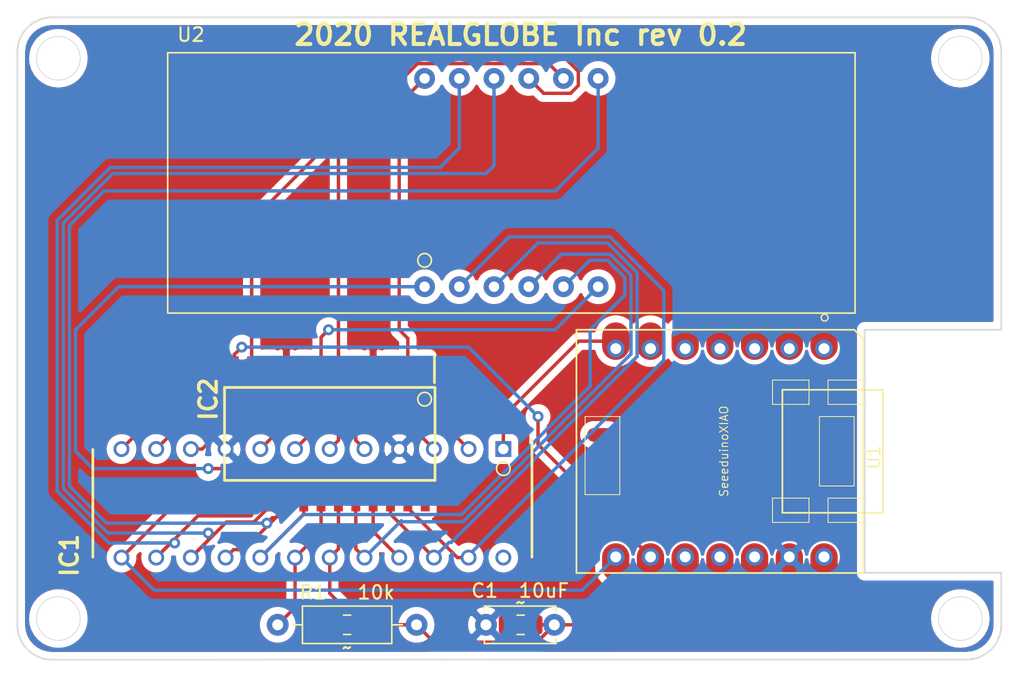
<source format=kicad_pcb>
(kicad_pcb (version 20171130) (host pcbnew "(5.1.2-1)-1")
  (layers (0 F.Cu signal) (31 B.Cu signal) (34 B.Paste user) (35 F.Paste user) (36 B.SilkS user) (37 F.SilkS user) (38 B.Mask user) (39 F.Mask user) (44 Edge.Cuts user))
  (net 0 "")
  (net 1 GND)
  (net 2 "Net-(IC1-Pad1)")
  (net 3 "Net-(IC1-Pad2)")
  (net 4 "Net-(IC1-Pad3)")
  (net 5 "Net-(IC1-Pad5)")
  (net 6 "Net-(IC1-Pad6)")
  (net 7 "Net-(IC1-Pad7)")
  (net 8 "Net-(IC1-Pad8)")
  (net 9 "Net-(IC1-Pad10)")
  (net 10 "Net-(IC1-Pad11)")
  (net 11 "Net-(IC1-Pad12)")
  (net 12 "Net-(IC1-Pad13)")
  (net 13 "Net-(IC1-Pad14)")
  (net 14 "Net-(IC1-Pad15)")
  (net 15 "Net-(IC1-Pad16)")
  (net 16 "Net-(IC1-Pad17)")
  (net 17 +5V)
  (net 18 "Net-(IC1-Pad20)")
  (net 19 "Net-(IC1-Pad21)")
  (net 20 "Net-(IC1-Pad22)")
  (net 21 "Net-(IC1-Pad23)")
  (net 22 "Net-(IC1-Pad24)")
  (net 23 "Net-(IC2-Pad24)")
  (net 24 "Net-(U1-Pad12)")
  (net 25 "Net-(U1-Pad11)")
  (net 26 "Net-(U1-Pad10)")
  (net 27 "Net-(U1-Pad6)")
  (net 28 "Net-(U1-Pad5)")
  (net 29 "Net-(U1-Pad4)")
  (net 30 "Net-(U1-Pad3)")
  (net 31 "Net-(U1-Pad2)")
  (net 32 "Net-(U1-Pad1)")
  (net 33 "Net-(U1-Pad15)")
  (net 34 "Net-(U1-Pad16)")
  (net 35 "Net-(U1-Pad17)")
  (net 36 "Net-(U1-Pad18)")
  (net 37 "Net-(U1-Pad19)")
  (net 38 "Net-(U1-Pad20)")
  (net 39 "Net-(IC1-Pad18)")
  (module MAX7219CNG:MAX7219CNG (layer F.Cu) (at 21.59 -11.43 270)
    (fp_text reference IC1 (at 3.81 17.78 90) (layer F.SilkS) (effects (font (size 1.27 1.27) (thickness 0.254))))
    (fp_text value MAX7219CNG hide)
    (fp_line (start -3.935 16.065) (end 3.935 16.065) (layer F.SilkS) (width 0.2))
    (fp_line (start -4.55 -16.065) (end 3.935 -16.065) (layer F.SilkS) (width 0.2))
    (pad 24 thru_hole circle (at 3.97 -13.97 270) (size 1.16 1.16) (drill 0.76) (layers *.Cu *.Mask) (net 22 "Net-(IC1-Pad24)"))
    (pad 23 thru_hole circle (at 3.97 -11.43 270) (size 1.16 1.16) (drill 0.76) (layers *.Cu *.Mask) (net 21 "Net-(IC1-Pad23)"))
    (pad 22 thru_hole circle (at 3.97 -8.89 270) (size 1.16 1.16) (drill 0.76) (layers *.Cu *.Mask) (net 20 "Net-(IC1-Pad22)"))
    (pad 21 thru_hole circle (at 3.97 -6.35 270) (size 1.16 1.16) (drill 0.76) (layers *.Cu *.Mask) (net 19 "Net-(IC1-Pad21)"))
    (pad 20 thru_hole circle (at 3.97 -3.81 270) (size 1.16 1.16) (drill 0.76) (layers *.Cu *.Mask) (net 18 "Net-(IC1-Pad20)"))
    (pad 19 thru_hole circle (at 3.97 -1.27 270) (size 1.16 1.16) (drill 0.76) (layers *.Cu *.Mask) (net 17 +5V))
    (pad 18 thru_hole circle (at 3.97 1.27 270) (size 1.16 1.16) (drill 0.76) (layers *.Cu *.Mask) (net 39 "Net-(IC1-Pad18)"))
    (pad 17 thru_hole circle (at 3.97 3.81 270) (size 1.16 1.16) (drill 0.76) (layers *.Cu *.Mask) (net 16 "Net-(IC1-Pad17)"))
    (pad 16 thru_hole circle (at 3.97 6.35 270) (size 1.16 1.16) (drill 0.76) (layers *.Cu *.Mask) (net 15 "Net-(IC1-Pad16)"))
    (pad 15 thru_hole circle (at 3.97 8.89 270) (size 1.16 1.16) (drill 0.76) (layers *.Cu *.Mask) (net 14 "Net-(IC1-Pad15)"))
    (pad 14 thru_hole circle (at 3.97 11.43 270) (size 1.16 1.16) (drill 0.76) (layers *.Cu *.Mask) (net 13 "Net-(IC1-Pad14)"))
    (pad 13 thru_hole circle (at 3.97 13.97 270) (size 1.16 1.16) (drill 0.76) (layers *.Cu *.Mask) (net 12 "Net-(IC1-Pad13)"))
    (pad 12 thru_hole circle (at -3.97 13.97 270) (size 1.16 1.16) (drill 0.76) (layers *.Cu *.Mask) (net 11 "Net-(IC1-Pad12)"))
    (pad 11 thru_hole circle (at -3.97 11.43 270) (size 1.16 1.16) (drill 0.76) (layers *.Cu *.Mask) (net 10 "Net-(IC1-Pad11)"))
    (pad 10 thru_hole circle (at -3.97 8.89 270) (size 1.16 1.16) (drill 0.76) (layers *.Cu *.Mask) (net 9 "Net-(IC1-Pad10)"))
    (pad 9 thru_hole circle (at -3.97 6.35 270) (size 1.16 1.16) (drill 0.76) (layers *.Cu *.Mask) (net 1 GND))
    (pad 8 thru_hole circle (at -3.97 3.81 270) (size 1.16 1.16) (drill 0.76) (layers *.Cu *.Mask) (net 8 "Net-(IC1-Pad8)"))
    (pad 7 thru_hole circle (at -3.97 1.27 270) (size 1.16 1.16) (drill 0.76) (layers *.Cu *.Mask) (net 7 "Net-(IC1-Pad7)"))
    (pad 6 thru_hole circle (at -3.97 -1.27 270) (size 1.16 1.16) (drill 0.76) (layers *.Cu *.Mask) (net 6 "Net-(IC1-Pad6)"))
    (pad 5 thru_hole circle (at -3.97 -3.81 270) (size 1.16 1.16) (drill 0.76) (layers *.Cu *.Mask) (net 5 "Net-(IC1-Pad5)"))
    (pad 4 thru_hole circle (at -3.97 -6.35 270) (size 1.16 1.16) (drill 0.76) (layers *.Cu *.Mask) (net 1 GND))
    (pad 3 thru_hole circle (at -3.97 -8.89 270) (size 1.16 1.16) (drill 0.76) (layers *.Cu *.Mask) (net 4 "Net-(IC1-Pad3)"))
    (pad 2 thru_hole circle (at -3.97 -11.43 270) (size 1.16 1.16) (drill 0.76) (layers *.Cu *.Mask) (net 3 "Net-(IC1-Pad2)"))
    (pad 1 thru_hole rect (at -3.97 -13.97 270) (size 1.16 1.16) (drill 0.76) (layers *.Cu *.Mask) (net 2 "Net-(IC1-Pad1)"))
  )
  (module Capacitor_THT:C_Disc_D5.0mm_W2.5mm_P5.00mm (layer F.Cu) (at 34.29 -2.54)
    (fp_text reference "C1  10uF" (at 2.5 -2.5) (layer F.SilkS))
    (fp_text value C)
    (fp_line (start 5.12 1.055) (end 5.12 1.37) (layer F.SilkS) (width 0.12))
    (fp_line (start 5.12 -1.37) (end 5.12 -1.055) (layer F.SilkS) (width 0.12))
    (fp_line (start -0.12 1.055) (end -0.12 1.37) (layer F.SilkS) (width 0.12))
    (fp_line (start -0.12 -1.37) (end -0.12 -1.055) (layer F.SilkS) (width 0.12))
    (fp_line (start -0.12 1.37) (end 5.12 1.37) (layer F.SilkS) (width 0.12))
    (fp_line (start -0.12 -1.37) (end 5.12 -1.37) (layer F.SilkS) (width 0.12))
    (pad 2 thru_hole circle (at 5 0) (size 1.6 1.6) (drill 0.8) (layers *.Cu *.Mask) (net 17 +5V))
    (pad 1 thru_hole circle (at 0 0) (size 1.6 1.6) (drill 0.8) (layers *.Cu *.Mask) (net 1 GND))
  )
  (module Capacitor_SMD:C_0805_2012Metric_Pad1.15x1.40mm_HandSolder (layer F.Cu) (at 36.83 -2.54)
    (fp_text reference ~ (at 0 -1.65) (layer F.SilkS))
    (fp_text value C)
    (fp_line (start -0.261252 0.71) (end 0.261252 0.71) (layer F.SilkS) (width 0.12))
    (fp_line (start -0.261252 -0.71) (end 0.261252 -0.71) (layer F.SilkS) (width 0.12))
    (pad 2 smd roundrect (at 1.025 0) (size 1.15 1.4) (layers F.Cu F.Paste F.Mask) (roundrect_rratio 0.217391) (net 17 +5V))
    (pad 1 smd roundrect (at -1.025 0) (size 1.15 1.4) (layers F.Cu F.Paste F.Mask) (roundrect_rratio 0.217391) (net 1 GND))
  )
  (module MAX7219CWG:MAX7219CWG (layer F.Cu) (at 22.86 -16.51 270)
    (fp_text reference IC2 (at -2.54 8.89 90) (layer F.SilkS) (effects (font (size 1.27 1.27) (thickness 0.254))))
    (fp_text value MAX7219CWG hide)
    (fp_line (start -5.675 -7.66) (end -3.75 -7.66) (layer F.SilkS) (width 0.2))
    (fp_line (start -3.4 7.7) (end -3.4 -7.7) (layer F.SilkS) (width 0.2))
    (fp_line (start 3.4 7.7) (end -3.4 7.7) (layer F.SilkS) (width 0.2))
    (fp_line (start 3.4 -7.7) (end 3.4 7.7) (layer F.SilkS) (width 0.2))
    (fp_line (start -3.4 -7.7) (end 3.4 -7.7) (layer F.SilkS) (width 0.2))
    (pad 24 smd rect (at 4.712 -6.985) (size 0.65 1.925) (layers F.Cu F.Paste F.Mask) (net 23 "Net-(IC2-Pad24)"))
    (pad 23 smd rect (at 4.712 -5.715) (size 0.65 1.925) (layers F.Cu F.Paste F.Mask) (net 21 "Net-(IC1-Pad23)"))
    (pad 22 smd rect (at 4.712 -4.445) (size 0.65 1.925) (layers F.Cu F.Paste F.Mask) (net 20 "Net-(IC1-Pad22)"))
    (pad 21 smd rect (at 4.712 -3.175) (size 0.65 1.925) (layers F.Cu F.Paste F.Mask) (net 19 "Net-(IC1-Pad21)"))
    (pad 20 smd rect (at 4.712 -1.905) (size 0.65 1.925) (layers F.Cu F.Paste F.Mask) (net 18 "Net-(IC1-Pad20)"))
    (pad 19 smd rect (at 4.712 -0.635) (size 0.65 1.925) (layers F.Cu F.Paste F.Mask) (net 17 +5V))
    (pad 18 smd rect (at 4.712 0.635) (size 0.65 1.925) (layers F.Cu F.Paste F.Mask) (net 39 "Net-(IC1-Pad18)"))
    (pad 17 smd rect (at 4.712 1.905) (size 0.65 1.925) (layers F.Cu F.Paste F.Mask) (net 16 "Net-(IC1-Pad17)"))
    (pad 16 smd rect (at 4.712 3.175) (size 0.65 1.925) (layers F.Cu F.Paste F.Mask) (net 15 "Net-(IC1-Pad16)"))
    (pad 15 smd rect (at 4.712 4.445) (size 0.65 1.925) (layers F.Cu F.Paste F.Mask) (net 14 "Net-(IC1-Pad15)"))
    (pad 14 smd rect (at 4.712 5.715) (size 0.65 1.925) (layers F.Cu F.Paste F.Mask) (net 13 "Net-(IC1-Pad14)"))
    (pad 13 smd rect (at 4.712 6.985) (size 0.65 1.925) (layers F.Cu F.Paste F.Mask) (net 12 "Net-(IC1-Pad13)"))
    (pad 12 smd rect (at -4.712 6.985) (size 0.65 1.925) (layers F.Cu F.Paste F.Mask) (net 11 "Net-(IC1-Pad12)"))
    (pad 11 smd rect (at -4.712 5.715) (size 0.65 1.925) (layers F.Cu F.Paste F.Mask) (net 10 "Net-(IC1-Pad11)"))
    (pad 10 smd rect (at -4.712 4.445) (size 0.65 1.925) (layers F.Cu F.Paste F.Mask) (net 9 "Net-(IC1-Pad10)"))
    (pad 9 smd rect (at -4.712 3.175) (size 0.65 1.925) (layers F.Cu F.Paste F.Mask) (net 1 GND))
    (pad 8 smd rect (at -4.712 1.905) (size 0.65 1.925) (layers F.Cu F.Paste F.Mask) (net 8 "Net-(IC1-Pad8)"))
    (pad 7 smd rect (at -4.712 0.635) (size 0.65 1.925) (layers F.Cu F.Paste F.Mask) (net 7 "Net-(IC1-Pad7)"))
    (pad 6 smd rect (at -4.712 -0.635) (size 0.65 1.925) (layers F.Cu F.Paste F.Mask) (net 6 "Net-(IC1-Pad6)"))
    (pad 5 smd rect (at -4.712 -1.905) (size 0.65 1.925) (layers F.Cu F.Paste F.Mask) (net 5 "Net-(IC1-Pad5)"))
    (pad 4 smd rect (at -4.712 -3.175) (size 0.65 1.925) (layers F.Cu F.Paste F.Mask) (net 1 GND))
    (pad 3 smd rect (at -4.712 -4.445) (size 0.65 1.925) (layers F.Cu F.Paste F.Mask) (net 4 "Net-(IC1-Pad3)"))
    (pad 2 smd rect (at -4.712 -5.715) (size 0.65 1.925) (layers F.Cu F.Paste F.Mask) (net 3 "Net-(IC1-Pad2)"))
    (pad 1 smd rect (at -4.712 -6.985) (size 0.65 1.925) (layers F.Cu F.Paste F.Mask) (net 2 "Net-(IC1-Pad1)"))
  )
  (module Resistor_THT:R_Axial_DIN0207_L6.3mm_D2.5mm_P10.16mm_Horizontal (layer F.Cu) (at 19.05 -2.54)
    (fp_text reference "R1   10k" (at 5.08 -2.37) (layer F.SilkS))
    (fp_text value R)
    (fp_line (start 9.12 0) (end 8.35 0) (layer F.SilkS) (width 0.12))
    (fp_line (start 1.04 0) (end 1.81 0) (layer F.SilkS) (width 0.12))
    (fp_line (start 8.35 -1.37) (end 1.81 -1.37) (layer F.SilkS) (width 0.12))
    (fp_line (start 8.35 1.37) (end 8.35 -1.37) (layer F.SilkS) (width 0.12))
    (fp_line (start 1.81 1.37) (end 8.35 1.37) (layer F.SilkS) (width 0.12))
    (fp_line (start 1.81 -1.37) (end 1.81 1.37) (layer F.SilkS) (width 0.12))
    (pad 2 thru_hole oval (at 10.16 0) (size 1.6 1.6) (drill 0.8) (layers *.Cu *.Mask) (net 17 +5V))
    (pad 1 thru_hole circle (at 0 0) (size 1.6 1.6) (drill 0.8) (layers *.Cu *.Mask) (net 39 "Net-(IC1-Pad18)"))
  )
  (module Resistor_SMD:R_0805_2012Metric_Pad1.15x1.40mm_HandSolder (layer F.Cu) (at 24.13 -2.54 180)
    (fp_text reference ~ (at 0 -1.65) (layer F.SilkS))
    (fp_text value R)
    (fp_line (start -0.261252 0.71) (end 0.261252 0.71) (layer F.SilkS) (width 0.12))
    (fp_line (start -0.261252 -0.71) (end 0.261252 -0.71) (layer F.SilkS) (width 0.12))
    (pad 2 smd roundrect (at 1.025 0 180) (size 1.15 1.4) (layers F.Cu F.Paste F.Mask) (roundrect_rratio 0.217391) (net 39 "Net-(IC1-Pad18)"))
    (pad 1 smd roundrect (at -1.025 0 180) (size 1.15 1.4) (layers F.Cu F.Paste F.Mask) (roundrect_rratio 0.217391) (net 17 +5V))
  )
  (module kicad_mylib:SeeedXIAO (layer F.Cu) (at 40.91 -24.13 270)
    (fp_text reference U1 (at 9.3345 -21.7805 90) (layer F.SilkS) (effects (font (size 0.889 0.889) (thickness 0.1016))))
    (fp_text value SeeeduinoXIAO (at 8.89 -10.795 90) (layer F.SilkS) (effects (font (size 0.6096 0.6096) (thickness 0.0762))))
    (fp_circle (center -0.889 -18.161) (end -0.889 -18.415) (layer F.SilkS) (width 0.1))
    (fp_line (start 4.3942 -15.06982) (end 4.3942 -22.42312) (layer F.SilkS) (width 0.127))
    (fp_line (start 13.39342 -15.06982) (end 4.3942 -15.06982) (layer F.SilkS) (width 0.127))
    (fp_line (start 13.39342 -22.42312) (end 13.39342 -15.06982) (layer F.SilkS) (width 0.127))
    (fp_line (start 4.39928 -22.42312) (end 13.39342 -22.42312) (layer F.SilkS) (width 0.127))
    (fp_line (start 0 -20.32762) (end 0 0) (layer F.SilkS) (width 0.127))
    (fp_line (start 0.67056 -20.99818) (end 0 -20.32762) (layer F.SilkS) (width 0.127))
    (fp_line (start 17.79778 -20.99818) (end 0.67056 -20.99818) (layer F.SilkS) (width 0.127))
    (fp_line (start 17.79778 0) (end 17.79778 -20.99818) (layer F.SilkS) (width 0.127))
    (fp_line (start 0 0) (end 17.79778 0) (layer F.SilkS) (width 0.127))
    (fp_line (start 12.319 -18.415) (end 12.319 -21.082) (layer F.SilkS) (width 0.06604))
    (fp_line (start 12.319 -21.082) (end 14.097 -21.082) (layer F.SilkS) (width 0.06604))
    (fp_line (start 14.097 -18.415) (end 14.097 -21.082) (layer F.SilkS) (width 0.06604))
    (fp_line (start 12.319 -18.415) (end 14.097 -18.415) (layer F.SilkS) (width 0.06604))
    (fp_line (start 12.319 -14.34846) (end 12.319 -17.018) (layer F.SilkS) (width 0.06604))
    (fp_line (start 12.319 -17.018) (end 14.097 -17.018) (layer F.SilkS) (width 0.06604))
    (fp_line (start 14.097 -14.34846) (end 14.097 -17.018) (layer F.SilkS) (width 0.06604))
    (fp_line (start 12.319 -14.34846) (end 14.097 -14.34846) (layer F.SilkS) (width 0.06604))
    (fp_line (start 3.683 -14.34846) (end 3.683 -17.018) (layer F.SilkS) (width 0.06604))
    (fp_line (start 3.683 -17.018) (end 5.461 -17.018) (layer F.SilkS) (width 0.06604))
    (fp_line (start 5.461 -14.34846) (end 5.461 -17.018) (layer F.SilkS) (width 0.06604))
    (fp_line (start 3.683 -14.34846) (end 5.461 -14.34846) (layer F.SilkS) (width 0.06604))
    (fp_line (start 3.683 -18.415) (end 3.683 -21.082) (layer F.SilkS) (width 0.06604))
    (fp_line (start 3.683 -21.082) (end 5.461 -21.082) (layer F.SilkS) (width 0.06604))
    (fp_line (start 5.461 -18.415) (end 5.461 -21.082) (layer F.SilkS) (width 0.06604))
    (fp_line (start 3.683 -18.415) (end 5.461 -18.415) (layer F.SilkS) (width 0.06604))
    (fp_line (start 6.35 -0.635) (end 6.35 -3.175) (layer F.SilkS) (width 0.06604))
    (fp_line (start 6.35 -3.175) (end 12.065 -3.175) (layer F.SilkS) (width 0.06604))
    (fp_line (start 12.065 -0.635) (end 12.065 -3.175) (layer F.SilkS) (width 0.06604))
    (fp_line (start 6.35 -0.635) (end 12.065 -0.635) (layer F.SilkS) (width 0.06604))
    (fp_line (start 6.35 -17.78) (end 6.35 -20.32) (layer F.SilkS) (width 0.06604))
    (fp_line (start 6.35 -20.32) (end 11.43 -20.32) (layer F.SilkS) (width 0.06604))
    (fp_line (start 11.43 -17.78) (end 11.43 -20.32) (layer F.SilkS) (width 0.06604))
    (fp_line (start 6.35 -17.78) (end 11.43 -17.78) (layer F.SilkS) (width 0.06604))
    (pad 8 thru_hole circle (at 16.62 -2.877 270) (size 1.3 1.3) (drill 0.8) (layers *.Cu *.Mask) (net 12 "Net-(IC1-Pad13)"))
    (pad 9 thru_hole circle (at 16.62 -5.417 270) (size 1.3 1.3) (drill 0.8) (layers *.Cu *.Mask) (net 11 "Net-(IC1-Pad12)"))
    (pad 10 thru_hole circle (at 16.62 -7.957 270) (size 1.3 1.3) (drill 0.8) (layers *.Cu *.Mask) (net 26 "Net-(U1-Pad10)"))
    (pad 11 thru_hole circle (at 16.62 -10.497 270) (size 1.3 1.3) (drill 0.8) (layers *.Cu *.Mask) (net 25 "Net-(U1-Pad11)"))
    (pad 12 thru_hole circle (at 16.62 -13.037 270) (size 1.3 1.3) (drill 0.8) (layers *.Cu *.Mask) (net 24 "Net-(U1-Pad12)"))
    (pad 13 thru_hole circle (at 16.62 -15.577 270) (size 1.3 1.3) (drill 0.8) (layers *.Cu *.Mask) (net 1 GND))
    (pad 14 thru_hole circle (at 16.62 -18.117 270) (size 1.3 1.3) (drill 0.8) (layers *.Cu *.Mask) (net 17 +5V))
    (pad 14 smd oval (at 16.99768 -18.11782 270) (size 2.74828 1.99898) (layers F.Cu F.Paste F.Mask) (net 17 +5V))
    (pad 13 smd oval (at 16.99768 -15.57782 270) (size 2.74828 1.99898) (layers F.Cu F.Paste F.Mask) (net 1 GND))
    (pad 12 smd oval (at 16.99768 -13.03782 270) (size 2.74828 1.99898) (layers F.Cu F.Paste F.Mask) (net 24 "Net-(U1-Pad12)"))
    (pad 11 smd oval (at 16.99768 -10.49782 270) (size 2.74828 1.99898) (layers F.Cu F.Paste F.Mask) (net 25 "Net-(U1-Pad11)"))
    (pad 10 smd oval (at 16.99768 -7.95782 270) (size 2.74828 1.99898) (layers F.Cu F.Paste F.Mask) (net 26 "Net-(U1-Pad10)"))
    (pad 9 smd oval (at 16.99768 -5.41782 270) (size 2.74828 1.99898) (layers F.Cu F.Paste F.Mask) (net 11 "Net-(IC1-Pad12)"))
    (pad 8 smd oval (at 16.99768 -2.87782 270) (size 2.74828 1.99898) (layers F.Cu F.Paste F.Mask) (net 12 "Net-(IC1-Pad13)"))
    (pad 7 smd oval (at 0.83312 -2.87782 270) (size 2.74828 1.99898) (layers F.Cu F.Paste F.Mask) (net 2 "Net-(IC1-Pad1)"))
    (pad 6 smd oval (at 0.83312 -5.41782 270) (size 2.74828 1.99898) (layers F.Cu F.Paste F.Mask) (net 27 "Net-(U1-Pad6)"))
    (pad 5 smd oval (at 0.83312 -7.95782 270) (size 2.74828 1.99898) (layers F.Cu F.Paste F.Mask) (net 28 "Net-(U1-Pad5)"))
    (pad 4 smd oval (at 0.83312 -10.49782 270) (size 2.74828 1.99898) (layers F.Cu F.Paste F.Mask) (net 29 "Net-(U1-Pad4)"))
    (pad 3 smd oval (at 0.83312 -13.03782 270) (size 2.74828 1.99898) (layers F.Cu F.Paste F.Mask) (net 30 "Net-(U1-Pad3)"))
    (pad 2 smd oval (at 0.83312 -15.57782 270) (size 2.74828 1.99898) (layers F.Cu F.Paste F.Mask) (net 31 "Net-(U1-Pad2)"))
    (pad 1 smd oval (at 0.83312 -18.11782 270) (size 2.74828 1.99898) (layers F.Cu F.Paste F.Mask) (net 32 "Net-(U1-Pad1)"))
    (pad 15 smd oval (at 7.7 -1.8) (size 2.032 1.016) (layers F.Cu F.Paste F.Mask) (net 33 "Net-(U1-Pad15)"))
    (pad 16 smd oval (at 10.25 -1.8) (size 2.032 1.016) (layers F.Cu F.Paste F.Mask) (net 34 "Net-(U1-Pad16)"))
    (pad 17 smd circle (at 7.698803 -18.804187) (size 1.143 1.143) (layers F.Cu F.Paste F.Mask) (net 35 "Net-(U1-Pad17)"))
    (pad 18 smd circle (at 10.238803 -18.804187) (size 1.143 1.143) (layers F.Cu F.Paste F.Mask) (net 36 "Net-(U1-Pad18)"))
    (pad 19 smd circle (at 7.698803 -16.264187) (size 1.143 1.143) (layers F.Cu F.Paste F.Mask) (net 37 "Net-(U1-Pad19)"))
    (pad 20 smd circle (at 10.238803 -16.264187) (size 1.143 1.143) (layers F.Cu F.Paste F.Mask) (net 38 "Net-(U1-Pad20)"))
    (pad 1 thru_hole circle (at 1.38 -18.118 270) (size 1.3 1.3) (drill 0.8) (layers *.Cu *.Mask) (net 32 "Net-(U1-Pad1)"))
    (pad 2 thru_hole circle (at 1.38 -15.578 270) (size 1.3 1.3) (drill 0.8) (layers *.Cu *.Mask) (net 31 "Net-(U1-Pad2)"))
    (pad 3 thru_hole circle (at 1.38 -13.038 270) (size 1.3 1.3) (drill 0.8) (layers *.Cu *.Mask) (net 30 "Net-(U1-Pad3)"))
    (pad 4 thru_hole circle (at 1.38 -10.498 270) (size 1.3 1.3) (drill 0.8) (layers *.Cu *.Mask) (net 29 "Net-(U1-Pad4)"))
    (pad 5 thru_hole circle (at 1.38 -7.958 270) (size 1.3 1.3) (drill 0.8) (layers *.Cu *.Mask) (net 28 "Net-(U1-Pad5)"))
    (pad 6 thru_hole circle (at 1.38 -5.418 270) (size 1.3 1.3) (drill 0.8) (layers *.Cu *.Mask) (net 27 "Net-(U1-Pad6)"))
    (pad 7 thru_hole circle (at 1.38 -2.878 270) (size 1.3 1.3) (drill 0.8) (layers *.Cu *.Mask) (net 2 "Net-(IC1-Pad1)"))
  )
  (module kicad_mylib:7segment_led_0.56 (layer F.Cu) (at 11 -25.4)
    (fp_text reference U2 (at 1.7 -20.32) (layer F.SilkS))
    (fp_text value 7segment_led)
    (fp_line (start 0 0) (end 0 -19) (layer F.SilkS) (width 0.12))
    (fp_line (start 0 0.05) (end 50.3 0.05) (layer F.SilkS) (width 0.12))
    (fp_line (start 50.3 0) (end 50.3 -19) (layer F.SilkS) (width 0.12))
    (fp_line (start 0 -19) (end 50.3 -19) (layer F.SilkS) (width 0.12))
    (pad 12 thru_hole circle (at 18.8 -17.12) (size 1.524 1.524) (drill 0.762) (layers *.Cu *.Mask) (net 3 "Net-(IC1-Pad2)"))
    (pad 11 thru_hole circle (at 21.34 -17.12) (size 1.524 1.524) (drill 0.762) (layers *.Cu *.Mask) (net 13 "Net-(IC1-Pad14)"))
    (pad 10 thru_hole circle (at 23.88 -17.12) (size 1.524 1.524) (drill 0.762) (layers *.Cu *.Mask) (net 14 "Net-(IC1-Pad15)"))
    (pad 9 thru_hole circle (at 26.42 -17.12) (size 1.524 1.524) (drill 0.762) (layers *.Cu *.Mask) (net 10 "Net-(IC1-Pad11)"))
    (pad 8 thru_hole circle (at 28.96 -17.12) (size 1.524 1.524) (drill 0.762) (layers *.Cu *.Mask) (net 6 "Net-(IC1-Pad6)"))
    (pad 7 thru_hole circle (at 31.5 -17.12) (size 1.524 1.524) (drill 0.762) (layers *.Cu *.Mask) (net 15 "Net-(IC1-Pad16)"))
    (pad 6 thru_hole circle (at 31.5 -1.88) (size 1.524 1.524) (drill 0.762) (layers *.Cu *.Mask) (net 7 "Net-(IC1-Pad7)"))
    (pad 5 thru_hole circle (at 28.96 -1.88) (size 1.524 1.524) (drill 0.762) (layers *.Cu *.Mask) (net 16 "Net-(IC1-Pad17)"))
    (pad 4 thru_hole circle (at 26.42 -1.88) (size 1.524 1.524) (drill 0.762) (layers *.Cu *.Mask) (net 18 "Net-(IC1-Pad20)"))
    (pad 3 thru_hole circle (at 23.88 -1.88) (size 1.524 1.524) (drill 0.762) (layers *.Cu *.Mask) (net 20 "Net-(IC1-Pad22)"))
    (pad 2 thru_hole circle (at 21.34 -1.88) (size 1.524 1.524) (drill 0.762) (layers *.Cu *.Mask) (net 21 "Net-(IC1-Pad23)"))
    (pad 1 thru_hole circle (at 18.8 -1.88) (size 1.524 1.524) (drill 0.762) (layers *.Cu *.Mask) (net 19 "Net-(IC1-Pad21)"))
  )
  (gr_line (start 72 -24.13) (end 72 -44.45) (layer Edge.Cuts) (width 0.12))
  (gr_line (start 72 -24.13) (end 62 -24.13) (layer Edge.Cuts) (width 0.12))
  (gr_line (start 62 -6.35) (end 62 -24.13) (layer Edge.Cuts) (width 0.12))
  (gr_line (start 72 -6.35) (end 62 -6.35) (layer Edge.Cuts) (width 0.12))
  (gr_circle (center 35.56 -13.97) (end 36.06 -13.97) (layer F.SilkS) (width 0.12))
  (gr_circle (center 29.8 -19.05) (end 30.3 -19.05) (layer F.SilkS) (width 0.12))
  (gr_circle (center 29.8 -29.21) (end 30.3 -29.21) (layer F.SilkS) (width 0.12))
  (gr_circle (center 69 -3) (end 70.6 -3) (layer Edge.Cuts) (width 0.05))
  (gr_circle (center 69 -44) (end 70.6 -44) (layer Edge.Cuts) (width 0.05))
  (gr_circle (center 3 -3) (end 4.6 -3) (layer Edge.Cuts) (width 0.05))
  (gr_line (start 72 -2.54) (end 72 -6.35) (layer Edge.Cuts) (width 0.12))
  (gr_arc (start 69.46 -2.54) (end 69.46 0) (angle -90) (layer Edge.Cuts) (width 0.12))
  (gr_line (start 2.54 0.01) (end 69.46 0) (layer Edge.Cuts) (width 0.12))
  (gr_arc (start 2.54 -2.53) (end 0 -2.53) (angle -90) (layer Edge.Cuts) (width 0.12))
  (gr_text "2020 REALGLOBE Inc rev 0.2" (at 36.83 -45.72) (layer F.SilkS) (effects (font (size 1.5 1.5) (thickness 0.3))))
  (gr_circle (center 3 -44) (end 4.6 -44) (layer Edge.Cuts) (width 0.05))
  (gr_arc (start 2.54 -44.45) (end 2.54 -46.99) (angle -90) (layer Edge.Cuts) (width 0.12))
  (gr_arc (start 69.46 -44.45) (end 72 -44.45) (angle -90) (layer Edge.Cuts) (width 0.12))
  (gr_line (start 0 -2.53) (end 0 -44.45) (layer Edge.Cuts) (width 0.12))
  (gr_line (start 2.54 -46.99) (end 69.46 -46.99) (layer Edge.Cuts) (width 0.12))
  (segment (start 35.56 -15.4) (end 35.72 -15.24) (width 0.25) (layer B.Cu) (net 2))
  (segment (start 42.62688 -23.29688) (end 43.78782 -23.29688) (width 0.25) (layer F.Cu) (net 2))
  (segment (start 35.56 -17.78) (end 35.56 -15.4) (width 0.25) (layer F.Cu) (net 2))
  (segment (start 32.118 -21.222) (end 35.56 -17.78) (width 0.25) (layer F.Cu) (net 2))
  (segment (start 29.845 -21.222) (end 32.118 -21.222) (width 0.25) (layer F.Cu) (net 2))
  (segment (start 41.07688 -23.29688) (end 42.62688 -23.29688) (width 0.25) (layer F.Cu) (net 2))
  (segment (start 35.56 -17.78) (end 41.07688 -23.29688) (width 0.25) (layer F.Cu) (net 2))
  (segment (start 28.575 -19.845) (end 28.575 -21.222) (width 0.25) (layer F.Cu) (net 3))
  (segment (start 33.02 -15.4) (end 28.575 -19.845) (width 0.25) (layer F.Cu) (net 3))
  (segment (start 28.575 -21.222) (end 28.575 -21.8595) (width 0.25) (layer F.Cu) (net 3))
  (segment (start 28.575 -22.104194) (end 28.575 -21.222) (width 0.25) (layer F.Cu) (net 3))
  (segment (start 29.8 -42.52) (end 27.94 -40.66) (width 0.25) (layer F.Cu) (net 3))
  (segment (start 27.94 -40.66) (end 27.94 -24.13) (width 0.25) (layer F.Cu) (net 3))
  (segment (start 28.575 -23.495) (end 28.575 -21.222) (width 0.25) (layer F.Cu) (net 3))
  (segment (start 27.94 -24.13) (end 28.575 -23.495) (width 0.25) (layer F.Cu) (net 3))
  (segment (start 27.305 -18.575) (end 27.305 -21.222) (width 0.25) (layer F.Cu) (net 4))
  (segment (start 30.48 -15.4) (end 27.305 -18.575) (width 0.25) (layer F.Cu) (net 4))
  (segment (start 27.305 -21.222) (end 27.305 -21.8595) (width 0.25) (layer F.Cu) (net 4))
  (segment (start 24.765 -16.035) (end 24.765 -21.222) (width 0.25) (layer F.Cu) (net 5))
  (segment (start 25.4 -15.4) (end 24.765 -16.035) (width 0.25) (layer F.Cu) (net 5))
  (segment (start 24.765 -21.222) (end 24.765 -21.8595) (width 0.25) (layer F.Cu) (net 5))
  (segment (start 23.495 -16.035) (end 23.495 -21.222) (width 0.25) (layer F.Cu) (net 6))
  (segment (start 22.86 -15.4) (end 23.495 -16.035) (width 0.25) (layer F.Cu) (net 6))
  (segment (start 23.495 -22.4345) (end 23.495 -21.222) (width 0.25) (layer F.Cu) (net 6))
  (segment (start 23.495 -37.823762) (end 23.495 -22.4345) (width 0.25) (layer F.Cu) (net 6))
  (segment (start 38.872999 -43.607001) (end 29.278239 -43.607001) (width 0.25) (layer F.Cu) (net 6))
  (segment (start 29.278239 -43.607001) (end 23.495 -37.823762) (width 0.25) (layer F.Cu) (net 6))
  (segment (start 39.96 -42.52) (end 38.872999 -43.607001) (width 0.25) (layer F.Cu) (net 6))
  (segment (start 22.225 -17.305) (end 22.225 -21.222) (width 0.25) (layer F.Cu) (net 7))
  (segment (start 20.32 -15.4) (end 22.225 -17.305) (width 0.25) (layer F.Cu) (net 7))
  (via (at 22.77 -24.13) (size 0.8) (drill 0.4) (layers F.Cu B.Cu) (net 7))
  (segment (start 22.225 -23.585) (end 22.77 -24.13) (width 0.25) (layer F.Cu) (net 7))
  (segment (start 22.225 -21.222) (end 22.225 -23.585) (width 0.25) (layer F.Cu) (net 7))
  (segment (start 39.35 -24.13) (end 42.5 -27.28) (width 0.25) (layer B.Cu) (net 7))
  (segment (start 22.77 -24.13) (end 39.35 -24.13) (width 0.25) (layer B.Cu) (net 7))
  (segment (start 20.955 -18.575) (end 20.955 -21.222) (width 0.25) (layer F.Cu) (net 8))
  (segment (start 17.78 -15.4) (end 20.955 -18.575) (width 0.25) (layer F.Cu) (net 8))
  (segment (start 18.415 -20.294757) (end 18.415 -21.222) (width 0.25) (layer F.Cu) (net 9))
  (segment (start 12.7 -15.4) (end 13.520243 -15.4) (width 0.25) (layer F.Cu) (net 9))
  (segment (start 13.520243 -15.4) (end 18.415 -20.294757) (width 0.25) (layer F.Cu) (net 9))
  (segment (start 16.494999 -19.934499) (end 17.145 -20.5845) (width 0.25) (layer F.Cu) (net 10))
  (segment (start 14.694499 -19.934499) (end 16.494999 -19.934499) (width 0.25) (layer F.Cu) (net 10))
  (segment (start 17.145 -20.5845) (end 17.145 -21.222) (width 0.25) (layer F.Cu) (net 10))
  (segment (start 10.16 -15.4) (end 14.694499 -19.934499) (width 0.25) (layer F.Cu) (net 10))
  (segment (start 17.145 -21.222) (end 17.145 -21.8595) (width 0.25) (layer F.Cu) (net 10))
  (segment (start 17.145 -22.4345) (end 17.145 -21.222) (width 0.25) (layer F.Cu) (net 10))
  (segment (start 17.145 -32.110172) (end 17.145 -22.4345) (width 0.25) (layer F.Cu) (net 10))
  (segment (start 40.031752 -44.05701) (end 29.091838 -44.05701) (width 0.25) (layer F.Cu) (net 10))
  (segment (start 41.047001 -43.041761) (end 40.031752 -44.05701) (width 0.25) (layer F.Cu) (net 10))
  (segment (start 41.047001 -41.998239) (end 41.047001 -43.041761) (width 0.25) (layer F.Cu) (net 10))
  (segment (start 40.481761 -41.432999) (end 41.047001 -41.998239) (width 0.25) (layer F.Cu) (net 10))
  (segment (start 29.091838 -44.05701) (end 17.145 -32.110172) (width 0.25) (layer F.Cu) (net 10))
  (segment (start 38.507001 -41.432999) (end 40.481761 -41.432999) (width 0.25) (layer F.Cu) (net 10))
  (segment (start 37.42 -42.52) (end 38.507001 -41.432999) (width 0.25) (layer F.Cu) (net 10))
  (segment (start 13.442 -21.222) (end 7.62 -15.4) (width 0.25) (layer F.Cu) (net 11))
  (segment (start 15.875 -21.222) (end 13.602 -21.222) (width 0.25) (layer F.Cu) (net 11))
  (segment (start 13.602 -21.222) (end 13.442 -21.222) (width 0.25) (layer F.Cu) (net 11))
  (via (at 16.42 -22.86) (size 0.8) (drill 0.4) (layers F.Cu B.Cu) (net 11))
  (segment (start 15.875 -22.315) (end 16.42 -22.86) (width 0.25) (layer F.Cu) (net 11))
  (segment (start 15.875 -21.222) (end 15.875 -22.315) (width 0.25) (layer F.Cu) (net 11))
  (via (at 38.1 -17.78) (size 0.8) (drill 0.4) (layers F.Cu B.Cu) (net 11))
  (segment (start 16.42 -22.86) (end 33.02 -22.86) (width 0.25) (layer B.Cu) (net 11))
  (segment (start 33.02 -22.86) (end 34.654999 -21.225001) (width 0.25) (layer B.Cu) (net 11))
  (segment (start 34.654999 -21.225001) (end 38.1 -17.78) (width 0.25) (layer B.Cu) (net 11))
  (segment (start 38.1 -15.737) (end 46.327 -7.51) (width 0.25) (layer F.Cu) (net 11))
  (segment (start 38.1 -17.78) (end 38.1 -15.737) (width 0.25) (layer F.Cu) (net 11))
  (segment (start 11.958 -11.798) (end 15.875 -11.798) (width 0.25) (layer F.Cu) (net 12))
  (segment (start 7.62 -7.46) (end 11.958 -11.798) (width 0.25) (layer F.Cu) (net 12))
  (segment (start 10 -5.08) (end 39.37 -5.08) (width 0.25) (layer B.Cu) (net 12))
  (segment (start 7.62 -7.46) (end 10 -5.08) (width 0.25) (layer B.Cu) (net 12))
  (segment (start 41.357 -5.08) (end 43.787 -7.51) (width 0.25) (layer B.Cu) (net 12))
  (segment (start 39.37 -5.08) (end 41.357 -5.08) (width 0.25) (layer B.Cu) (net 12))
  (segment (start 17.145 -10.5855) (end 17.145 -11.798) (width 0.25) (layer F.Cu) (net 13))
  (segment (start 13.210499 -10.510499) (end 17.069999 -10.510499) (width 0.25) (layer F.Cu) (net 13))
  (segment (start 17.069999 -10.510499) (end 17.145 -10.5855) (width 0.25) (layer F.Cu) (net 13))
  (segment (start 10.16 -7.46) (end 13.210499 -10.510499) (width 0.25) (layer F.Cu) (net 13))
  (segment (start 2.909982 -12.327198) (end 6.709013 -8.528167) (width 0.25) (layer B.Cu) (net 13))
  (segment (start 2.909981 -32.122799) (end 2.909982 -12.327198) (width 0.25) (layer B.Cu) (net 13))
  (segment (start 30.93001 -36.01001) (end 6.797189 -36.010009) (width 0.25) (layer B.Cu) (net 13))
  (segment (start 32.34 -37.42) (end 30.93001 -36.01001) (width 0.25) (layer B.Cu) (net 13))
  (segment (start 6.797189 -36.010009) (end 2.909981 -32.122799) (width 0.25) (layer B.Cu) (net 13))
  (segment (start 32.34 -42.52) (end 32.34 -37.42) (width 0.25) (layer B.Cu) (net 13))
  (segment (start 6.709013 -8.528167) (end 11.51 -8.528167) (width 0.25) (layer B.Cu) (net 13))
  (via (at 11.51 -8.528167) (size 0.8) (drill 0.4) (layers F.Cu B.Cu) (net 13))
  (segment (start 11.228167 -8.528167) (end 10.16 -7.46) (width 0.25) (layer F.Cu) (net 13))
  (segment (start 11.51 -8.528167) (end 11.228167 -8.528167) (width 0.25) (layer F.Cu) (net 13))
  (segment (start 17.314989 -10.060489) (end 18.415 -11.1605) (width 0.25) (layer F.Cu) (net 14))
  (segment (start 18.415 -11.1605) (end 18.415 -11.798) (width 0.25) (layer F.Cu) (net 14))
  (segment (start 15.300489 -10.060489) (end 17.314989 -10.060489) (width 0.25) (layer F.Cu) (net 14))
  (segment (start 12.7 -7.46) (end 15.300489 -10.060489) (width 0.25) (layer F.Cu) (net 14))
  (segment (start 34.88 -42.52) (end 34.88 -36.15) (width 0.25) (layer B.Cu) (net 14))
  (segment (start 34.88 -36.15) (end 34.29 -35.56) (width 0.25) (layer B.Cu) (net 14))
  (segment (start 34.29 -35.56) (end 7.62 -35.56) (width 0.25) (layer B.Cu) (net 14))
  (segment (start 7.62 -35.56) (end 6.98359 -35.56) (width 0.25) (layer B.Cu) (net 14))
  (segment (start 6.98359 -35.56) (end 3.6236 -32.20001) (width 0.25) (layer B.Cu) (net 14))
  (via (at 13.97 -9.253167) (size 0.8) (drill 0.4) (layers F.Cu B.Cu) (net 14))
  (segment (start 6.620423 -9.253167) (end 13.97 -9.253167) (width 0.25) (layer B.Cu) (net 14))
  (segment (start 3.359991 -12.513599) (end 6.620423 -9.253167) (width 0.25) (layer B.Cu) (net 14))
  (segment (start 3.35999 -31.9364) (end 3.359991 -12.513599) (width 0.25) (layer B.Cu) (net 14))
  (segment (start 3.6236 -32.20001) (end 3.35999 -31.9364) (width 0.25) (layer B.Cu) (net 14))
  (segment (start 13.97 -8.73) (end 12.7 -7.46) (width 0.25) (layer F.Cu) (net 14))
  (segment (start 13.97 -9.253167) (end 13.97 -8.73) (width 0.25) (layer F.Cu) (net 14))
  (segment (start 19.685 -11.1605) (end 19.685 -11.798) (width 0.25) (layer F.Cu) (net 15))
  (segment (start 16.564499 -8.039999) (end 19.685 -11.1605) (width 0.25) (layer F.Cu) (net 15))
  (segment (start 15.819999 -8.039999) (end 16.564499 -8.039999) (width 0.25) (layer F.Cu) (net 15))
  (segment (start 15.24 -7.46) (end 15.819999 -8.039999) (width 0.25) (layer F.Cu) (net 15))
  (segment (start 42.5 -42.52) (end 42.5 -37.42) (width 0.25) (layer B.Cu) (net 15))
  (segment (start 42.5 -37.42) (end 39.37 -34.29) (width 0.25) (layer B.Cu) (net 15))
  (segment (start 39.37 -34.29) (end 8.89 -34.29) (width 0.25) (layer B.Cu) (net 15))
  (segment (start 8.89 -34.29) (end 6.35 -34.29) (width 0.25) (layer B.Cu) (net 15))
  (segment (start 6.35 -34.29) (end 3.81 -31.75) (width 0.25) (layer B.Cu) (net 15))
  (segment (start 3.81 -31.75) (end 3.81 -12.7) (width 0.25) (layer B.Cu) (net 15))
  (segment (start 3.81 -12.7) (end 6.35 -10.16) (width 0.25) (layer B.Cu) (net 15))
  (via (at 18.257973 -9.978167) (size 0.8) (drill 0.4) (layers F.Cu B.Cu) (net 15))
  (segment (start 6.531833 -9.978167) (end 18.257973 -9.978167) (width 0.25) (layer B.Cu) (net 15))
  (segment (start 6.35 -10.16) (end 6.531833 -9.978167) (width 0.25) (layer B.Cu) (net 15))
  (segment (start 18.902666 -10.378166) (end 19.685 -11.1605) (width 0.25) (layer F.Cu) (net 15))
  (segment (start 18.657972 -10.378166) (end 18.902666 -10.378166) (width 0.25) (layer F.Cu) (net 15))
  (segment (start 18.257973 -9.978167) (end 18.657972 -10.378166) (width 0.25) (layer F.Cu) (net 15))
  (segment (start 20.955 -10.635) (end 20.955 -11.798) (width 0.25) (layer F.Cu) (net 16))
  (segment (start 17.78 -7.46) (end 20.955 -10.635) (width 0.25) (layer F.Cu) (net 16))
  (segment (start 20.93001 -10.61001) (end 17.78 -7.46) (width 0.25) (layer B.Cu) (net 16))
  (segment (start 41.91 -20.004998) (end 32.515012 -10.61001) (width 0.25) (layer B.Cu) (net 16))
  (segment (start 41.91 -24.13) (end 41.91 -20.004998) (width 0.25) (layer B.Cu) (net 16))
  (segment (start 44.45 -27.94) (end 44.45 -26.67) (width 0.25) (layer B.Cu) (net 16))
  (segment (start 43.18 -29.21) (end 44.45 -27.94) (width 0.25) (layer B.Cu) (net 16))
  (segment (start 44.45 -26.67) (end 41.91 -24.13) (width 0.25) (layer B.Cu) (net 16))
  (segment (start 41.89 -29.21) (end 43.18 -29.21) (width 0.25) (layer B.Cu) (net 16))
  (segment (start 32.515012 -10.61001) (end 20.93001 -10.61001) (width 0.25) (layer B.Cu) (net 16))
  (segment (start 39.96 -27.28) (end 41.89 -29.21) (width 0.25) (layer B.Cu) (net 16))
  (segment (start 23.495 -8.095) (end 23.495 -11.798) (width 0.25) (layer F.Cu) (net 17))
  (segment (start 22.86 -7.46) (end 23.495 -8.095) (width 0.25) (layer F.Cu) (net 17))
  (segment (start 25.155 -2.54) (end 29.21 -2.54) (width 0.25) (layer F.Cu) (net 17))
  (segment (start 38.490001 -1.740001) (end 39.29 -2.54) (width 0.25) (layer F.Cu) (net 17))
  (segment (start 38.02 -1.27) (end 38.490001 -1.740001) (width 0.25) (layer F.Cu) (net 17))
  (segment (start 30.48 -1.27) (end 38.02 -1.27) (width 0.25) (layer F.Cu) (net 17))
  (segment (start 29.21 -2.54) (end 30.48 -1.27) (width 0.25) (layer F.Cu) (net 17))
  (segment (start 37.855 -2.54) (end 39.29 -2.54) (width 0.25) (layer F.Cu) (net 17))
  (segment (start 22.86 -7.46) (end 22.86 -4.835) (width 0.25) (layer F.Cu) (net 17))
  (segment (start 22.86 -4.835) (end 25.155 -2.54) (width 0.25) (layer F.Cu) (net 17))
  (segment (start 59.02782 -6.75767) (end 59.02782 -7.13232) (width 0.25) (layer F.Cu) (net 17))
  (segment (start 54.81015 -2.54) (end 59.02782 -6.75767) (width 0.25) (layer F.Cu) (net 17))
  (segment (start 39.29 -2.54) (end 54.81015 -2.54) (width 0.25) (layer F.Cu) (net 17))
  (segment (start 24.765 -8.095) (end 24.765 -11.798) (width 0.25) (layer F.Cu) (net 18))
  (segment (start 25.4 -7.46) (end 24.765 -8.095) (width 0.25) (layer F.Cu) (net 18))
  (segment (start 28.1 -10.16) (end 28.02 -10.08) (width 0.25) (layer B.Cu) (net 18))
  (segment (start 28.02 -10.08) (end 25.4 -7.46) (width 0.25) (layer B.Cu) (net 18))
  (segment (start 43.3664 -29.66001) (end 39.80001 -29.66001) (width 0.25) (layer B.Cu) (net 18))
  (segment (start 44.900009 -22.358597) (end 44.900009 -28.126401) (width 0.25) (layer B.Cu) (net 18))
  (segment (start 32.621412 -10.08) (end 44.900009 -22.358597) (width 0.25) (layer B.Cu) (net 18))
  (segment (start 39.80001 -29.66001) (end 37.42 -27.28) (width 0.25) (layer B.Cu) (net 18))
  (segment (start 44.900009 -28.126401) (end 43.3664 -29.66001) (width 0.25) (layer B.Cu) (net 18))
  (segment (start 28.02 -10.08) (end 32.621412 -10.08) (width 0.25) (layer B.Cu) (net 18))
  (segment (start 26.035 -9.365) (end 26.035 -11.798) (width 0.25) (layer F.Cu) (net 19))
  (segment (start 27.94 -7.46) (end 26.035 -9.365) (width 0.25) (layer F.Cu) (net 19))
  (segment (start 26.035 -11.798) (end 26.035 -12.4355) (width 0.25) (layer F.Cu) (net 19))
  (segment (start 26.035 -12.4355) (end 24.5005 -13.97) (width 0.25) (layer F.Cu) (net 19))
  (via (at 13.97 -13.97) (size 0.8) (drill 0.4) (layers F.Cu B.Cu) (net 19))
  (segment (start 24.5005 -13.97) (end 13.97 -13.97) (width 0.25) (layer F.Cu) (net 19))
  (segment (start 13.97 -13.97) (end 5.53001 -13.97) (width 0.25) (layer B.Cu) (net 19))
  (segment (start 5.53001 -13.97) (end 4.26001 -15.24) (width 0.25) (layer B.Cu) (net 19))
  (segment (start 4.26001 -15.24) (end 4.26001 -24.13) (width 0.25) (layer B.Cu) (net 19))
  (segment (start 7.41001 -27.28) (end 29.8 -27.28) (width 0.25) (layer B.Cu) (net 19))
  (segment (start 4.26001 -24.13) (end 7.41001 -27.28) (width 0.25) (layer B.Cu) (net 19))
  (segment (start 27.305 -10.635) (end 27.305 -11.798) (width 0.25) (layer F.Cu) (net 20))
  (segment (start 27.305 -11.798) (end 27.305 -12.4355) (width 0.25) (layer F.Cu) (net 20))
  (segment (start 30.48 -7.46) (end 27.86 -10.08) (width 0.25) (layer F.Cu) (net 20))
  (segment (start 27.86 -10.08) (end 27.305 -10.635) (width 0.25) (layer F.Cu) (net 20))
  (segment (start 30.48 -7.62) (end 30.48 -7.46) (width 0.25) (layer B.Cu) (net 20))
  (segment (start 30.64 -7.62) (end 30.48 -7.46) (width 0.25) (layer B.Cu) (net 20))
  (segment (start 31.592178 -8.572178) (end 30.48 -7.46) (width 0.25) (layer B.Cu) (net 20))
  (segment (start 31.75 -8.572178) (end 31.592178 -8.572178) (width 0.25) (layer B.Cu) (net 20))
  (segment (start 45.350018 -22.172196) (end 31.75 -8.572178) (width 0.25) (layer B.Cu) (net 20))
  (segment (start 43.18282 -30.48) (end 45.350019 -28.312801) (width 0.25) (layer B.Cu) (net 20))
  (segment (start 45.350019 -28.312801) (end 45.350018 -22.172196) (width 0.25) (layer B.Cu) (net 20))
  (segment (start 38.08 -30.48) (end 43.18282 -30.48) (width 0.25) (layer B.Cu) (net 20))
  (segment (start 34.88 -27.28) (end 38.08 -30.48) (width 0.25) (layer B.Cu) (net 20))
  (segment (start 28.575 -11.084757) (end 28.575 -11.798) (width 0.25) (layer F.Cu) (net 21))
  (segment (start 32.199757 -7.46) (end 28.575 -11.084757) (width 0.25) (layer F.Cu) (net 21))
  (segment (start 33.02 -7.46) (end 32.199757 -7.46) (width 0.25) (layer F.Cu) (net 21))
  (segment (start 28.575 -11.798) (end 28.575 -12.4355) (width 0.25) (layer F.Cu) (net 21))
  (segment (start 32.34 -27.28) (end 35.990009 -30.930009) (width 0.25) (layer B.Cu) (net 21))
  (segment (start 35.990009 -30.930009) (end 43.369221 -30.930009) (width 0.25) (layer B.Cu) (net 21))
  (segment (start 47.303001 -26.996229) (end 47.303001 -21.903001) (width 0.25) (layer B.Cu) (net 21))
  (segment (start 43.369221 -30.930009) (end 47.303001 -26.996229) (width 0.25) (layer B.Cu) (net 21))
  (segment (start 47.303001 -21.903001) (end 33.02 -7.62) (width 0.25) (layer B.Cu) (net 21))
  (segment (start 33.02 -7.62) (end 33.02 -7.46) (width 0.25) (layer B.Cu) (net 21))
  (segment (start 22.225 -9.365) (end 22.225 -11.798) (width 0.25) (layer F.Cu) (net 39))
  (segment (start 20.32 -7.46) (end 22.225 -9.365) (width 0.25) (layer F.Cu) (net 39))
  (segment (start 23.105 -2.54) (end 21.59 -2.54) (width 0.25) (layer F.Cu) (net 39))
  (segment (start 20.32 -3.81) (end 19.05 -2.54) (width 0.25) (layer F.Cu) (net 39))
  (segment (start 21.59 -2.54) (end 20.32 -3.81) (width 0.25) (layer F.Cu) (net 39))
  (segment (start 20.32 -7.46) (end 20.32 -3.81) (width 0.25) (layer F.Cu) (net 39))
  (zone (net 1) (net_name GND) (layer F.Cu) (connect_pads (clearance 0.508)) (min_thickness 0.254) (fill yes (arc_segments 32) (thermal_gap 0.508) (thermal_bridge_width 0.508))
    (polygon (pts (xy -1.27 -48.26) (xy -1.27 1.27) (xy 73.66 1.27) (xy 73.66 -48.26)))
  )
  (zone (net 1) (net_name GND) (layer B.Cu) (connect_pads (clearance 0.508)) (min_thickness 0.254) (fill yes (arc_segments 32) (thermal_gap 0.508) (thermal_bridge_width 0.508))
    (polygon (pts (xy 73.66 -48.26) (xy 73.66 1.27) (xy -1.27 1.27) (xy -1.27 -48.26)))
  )
)
</source>
